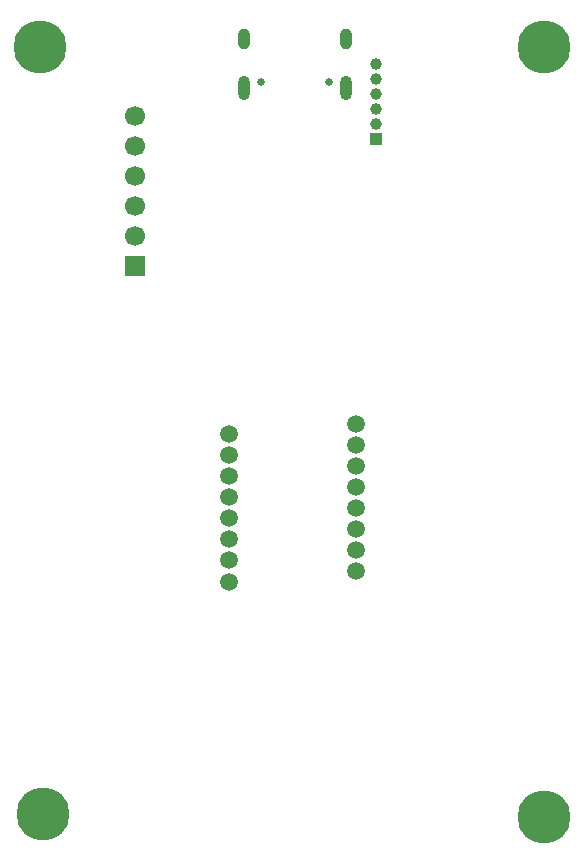
<source format=gbr>
%TF.GenerationSoftware,KiCad,Pcbnew,9.0.4*%
%TF.CreationDate,2025-11-20T14:14:08-06:00*%
%TF.ProjectId,Ballmouse,42616c6c-6d6f-4757-9365-2e6b69636164,rev?*%
%TF.SameCoordinates,Original*%
%TF.FileFunction,Soldermask,Bot*%
%TF.FilePolarity,Negative*%
%FSLAX46Y46*%
G04 Gerber Fmt 4.6, Leading zero omitted, Abs format (unit mm)*
G04 Created by KiCad (PCBNEW 9.0.4) date 2025-11-20 14:14:08*
%MOMM*%
%LPD*%
G01*
G04 APERTURE LIST*
%ADD10C,4.500000*%
%ADD11R,1.700000X1.700000*%
%ADD12C,1.700000*%
%ADD13C,1.504000*%
%ADD14C,0.650000*%
%ADD15O,1.000000X2.100000*%
%ADD16O,1.000000X1.800000*%
%ADD17R,1.000000X1.000000*%
%ADD18C,1.000000*%
G04 APERTURE END LIST*
D10*
%TO.C,H4*%
X160400000Y-122200000D03*
%TD*%
%TO.C,H3*%
X118000000Y-122000000D03*
%TD*%
%TO.C,H2*%
X160400000Y-57000000D03*
%TD*%
%TO.C,H1*%
X117800000Y-57000000D03*
%TD*%
D11*
%TO.C,J2*%
X125800000Y-75550000D03*
D12*
X125800000Y-73010000D03*
X125800000Y-70470000D03*
X125800000Y-67930000D03*
X125800000Y-65390000D03*
X125800000Y-62850000D03*
%TD*%
D13*
%TO.C,U1*%
X144500000Y-88925000D03*
X144500000Y-90705000D03*
X144500000Y-92485000D03*
X144500000Y-94265000D03*
X144500000Y-96045000D03*
X144500000Y-97825000D03*
X144500000Y-99605000D03*
X144500000Y-101385000D03*
X133800000Y-102275000D03*
X133800000Y-100495000D03*
X133800000Y-98715000D03*
X133800000Y-96935000D03*
X133800000Y-95155000D03*
X133800000Y-93375000D03*
X133800000Y-91595000D03*
X133800000Y-89815000D03*
%TD*%
D14*
%TO.C,J11*%
X142220000Y-60000000D03*
X136440000Y-60000000D03*
D15*
X143650000Y-60500000D03*
D16*
X143650000Y-56350000D03*
D15*
X135010000Y-60500000D03*
D16*
X135010000Y-56350000D03*
%TD*%
D17*
%TO.C,J1*%
X146200000Y-64810000D03*
D18*
X146200000Y-63540000D03*
X146200000Y-62270000D03*
X146200000Y-61000000D03*
X146200000Y-59730000D03*
X146200000Y-58460000D03*
%TD*%
M02*

</source>
